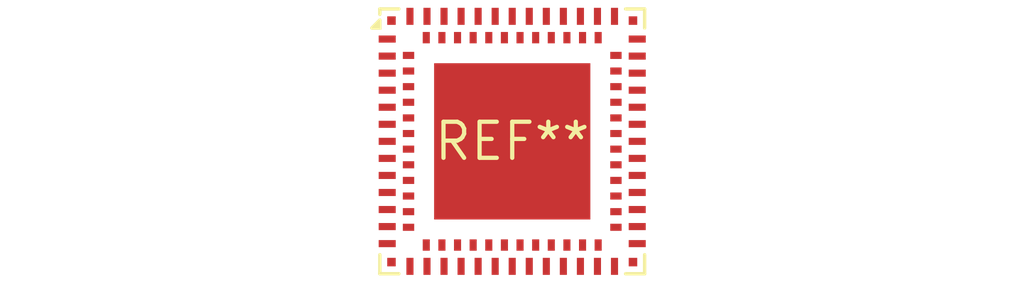
<source format=kicad_pcb>
(kicad_pcb (version 20240108) (generator pcbnew)
  (layers (0 "F.Cu" signal) (31 "B.Cu" signal) (34 "B.Paste" user) (35 "F.Paste" user) (36 "B.SilkS" user "B.Silkscreen") (37 "F.SilkS" user "F.Silkscreen") (38 "B.Mask" user) (39 "F.Mask" user) (44 "Edge.Cuts" user))
  (net 0 "")
  (footprint "Texas_S-PWQFN-N100_EP5.5x5.5mm" (layer "F.Cu") (at 0 0)
    (property "Reference" "REF**")
    (property "Value" "Texas_S-PWQFN-N100_EP5.5x5.5mm")
    (fp_line (start -4.66 -4.66) (end -3.99 -4.66) (layer "F.SilkS") (stroke (width 0.12)))
    (fp_line (start -4.66 -4.47) (end -4.66 -4.66) (layer "F.SilkS") (stroke (width 0.12)))
    (fp_line (start -4.66 3.99) (end -4.66 4.66) (layer "F.SilkS") (stroke (width 0.12)))
    (fp_line (start -4.66 4.66) (end -3.99 4.66) (layer "F.SilkS") (stroke (width 0.12)))
    (fp_line (start 4.66 -4.66) (end 3.99 -4.66) (layer "F.SilkS") (stroke (width 0.12)))
    (fp_line (start 4.66 -3.99) (end 4.66 -4.66) (layer "F.SilkS") (stroke (width 0.12)))
    (fp_line (start 4.66 3.99) (end 4.66 4.66) (layer "F.SilkS") (stroke (width 0.12)))
    (fp_line (start 4.66 4.66) (end 3.99 4.66) (layer "F.SilkS") (stroke (width 0.12)))
    (fp_poly (pts (xy -4.66 -3.99) (xy -4.94 -3.99) (xy -4.66 -4.27) (xy -4.66 -3.99)) (layer "F.SilkS") (stroke (width 0.12)) (fill solid))
    (pad "A1" smd rect (at -4.4 -3.6 90) (size 0.25 0.6) (layers "F.Cu" "F.Paste" "F.Mask"))
    (pad "A2" smd rect (at -4.4 -3 90) (size 0.25 0.6) (layers "F.Cu" "F.Paste" "F.Mask"))
    (pad "A3" smd rect (at -4.4 -2.4 90) (size 0.25 0.6) (layers "F.Cu" "F.Paste" "F.Mask"))
    (pad "A4" smd rect (at -4.4 -1.8 90) (size 0.25 0.6) (layers "F.Cu" "F.Paste" "F.Mask"))
    (pad "A5" smd rect (at -4.4 -1.2 90) (size 0.25 0.6) (layers "F.Cu" "F.Paste" "F.Mask"))
    (pad "A6" smd rect (at -4.4 -0.6 90) (size 0.25 0.6) (layers "F.Cu" "F.Paste" "F.Mask"))
    (pad "A7" smd rect (at -4.4 0 90) (size 0.25 0.6) (layers "F.Cu" "F.Paste" "F.Mask"))
    (pad "A8" smd rect (at -4.4 0.6 90) (size 0.25 0.6) (layers "F.Cu" "F.Paste" "F.Mask"))
    (pad "A9" smd rect (at -4.4 1.2 90) (size 0.25 0.6) (layers "F.Cu" "F.Paste" "F.Mask"))
    (pad "A10" smd rect (at -4.4 1.8 90) (size 0.25 0.6) (layers "F.Cu" "F.Paste" "F.Mask"))
    (pad "A11" smd rect (at -4.4 2.4 90) (size 0.25 0.6) (layers "F.Cu" "F.Paste" "F.Mask"))
    (pad "A12" smd rect (at -4.4 3 90) (size 0.25 0.6) (layers "F.Cu" "F.Paste" "F.Mask"))
    (pad "A13" smd rect (at -4.4 3.6 90) (size 0.25 0.6) (layers "F.Cu" "F.Paste" "F.Mask"))
    (pad "A14" smd rect (at -3.6 4.4) (size 0.25 0.6) (layers "F.Cu" "F.Paste" "F.Mask"))
    (pad "A15" smd rect (at -3 4.4) (size 0.25 0.6) (layers "F.Cu" "F.Paste" "F.Mask"))
    (pad "A16" smd rect (at -2.4 4.4) (size 0.25 0.6) (layers "F.Cu" "F.Paste" "F.Mask"))
    (pad "A17" smd rect (at -1.8 4.4) (size 0.25 0.6) (layers "F.Cu" "F.Paste" "F.Mask"))
    (pad "A18" smd rect (at -1.2 4.4) (size 0.25 0.6) (layers "F.Cu" "F.Paste" "F.Mask"))
    (pad "A19" smd rect (at -0.6 4.4) (size 0.25 0.6) (layers "F.Cu" "F.Paste" "F.Mask"))
    (pad "A20" smd rect (at 0 4.4) (size 0.25 0.6) (layers "F.Cu" "F.Paste" "F.Mask"))
    (pad "A21" smd rect (at 0.6 4.4) (size 0.25 0.6) (layers "F.Cu" "F.Paste" "F.Mask"))
    (pad "A22" smd rect (at 1.2 4.4) (size 0.25 0.6) (layers "F.Cu" "F.Paste" "F.Mask"))
    (pad "A23" smd rect (at 1.8 4.4) (size 0.25 0.6) (layers "F.Cu" "F.Paste" "F.Mask"))
    (pad "A24" smd rect (at 2.4 4.4) (size 0.25 0.6) (layers "F.Cu" "F.Paste" "F.Mask"))
    (pad "A25" smd rect (at 3 4.4) (size 0.25 0.6) (layers "F.Cu" "F.Paste" "F.Mask"))
    (pad "A26" smd rect (at 3.6 4.4) (size 0.25 0.6) (layers "F.Cu" "F.Paste" "F.Mask"))
    (pad "A27" smd rect (at 4.4 3.6 90) (size 0.25 0.6) (layers "F.Cu" "F.Paste" "F.Mask"))
    (pad "A28" smd rect (at 4.4 3 90) (size 0.25 0.6) (layers "F.Cu" "F.Paste" "F.Mask"))
    (pad "A29" smd rect (at 4.4 2.4 90) (size 0.25 0.6) (layers "F.Cu" "F.Paste" "F.Mask"))
    (pad "A30" smd rect (at 4.4 1.8 90) (size 0.25 0.6) (layers "F.Cu" "F.Paste" "F.Mask"))
    (pad "A31" smd rect (at 4.4 1.2 90) (size 0.25 0.6) (layers "F.Cu" "F.Paste" "F.Mask"))
    (pad "A32" smd rect (at 4.4 0.6 90) (size 0.25 0.6) (layers "F.Cu" "F.Paste" "F.Mask"))
    (pad "A33" smd rect (at 4.4 0 90) (size 0.25 0.6) (layers "F.Cu" "F.Paste" "F.Mask"))
    (pad "A34" smd rect (at 4.4 -0.6 90) (size 0.25 0.6) (layers "F.Cu" "F.Paste" "F.Mask"))
    (pad "A35" smd rect (at 4.4 -1.2 90) (size 0.25 0.6) (layers "F.Cu" "F.Paste" "F.Mask"))
    (pad "A36" smd rect (at 4.4 -1.8 90) (size 0.25 0.6) (layers "F.Cu" "F.Paste" "F.Mask"))
    (pad "A37" smd rect (at 4.4 -2.4 90) (size 0.25 0.6) (layers "F.Cu" "F.Paste" "F.Mask"))
    (pad "A38" smd rect (at 4.4 -3 90) (size 0.25 0.6) (layers "F.Cu" "F.Paste" "F.Mask"))
    (pad "A39" smd rect (at 4.4 -3.6 90) (size 0.25 0.6) (layers "F.Cu" "F.Paste" "F.Mask"))
    (pad "A40" smd rect (at 3.6 -4.4) (size 0.25 0.6) (layers "F.Cu" "F.Paste" "F.Mask"))
    (pad "A41" smd rect (at 3 -4.4) (size 0.25 0.6) (layers "F.Cu" "F.Paste" "F.Mask"))
    (pad "A42" smd rect (at 2.4 -4.4) (size 0.25 0.6) (layers "F.Cu" "F.Paste" "F.Mask"))
    (pad "A43" smd rect (at 1.8 -4.4) (size 0.25 0.6) (layers "F.Cu" "F.Paste" "F.Mask"))
    (pad "A44" smd rect (at 1.2 -4.4) (size 0.25 0.6) (layers "F.Cu" "F.Paste" "F.Mask"))
    (pad "A45" smd rect (at 0.6 -4.4) (size 0.25 0.6) (layers "F.Cu" "F.Paste" "F.Mask"))
    (pad "A46" smd rect (at 0 -4.4) (size 0.25 0.6) (layers "F.Cu" "F.Paste" "F.Mask"))
    (pad "A47" smd rect (at -0.6 -4.4) (size 0.25 0.6) (layers "F.Cu" "F.Paste" "F.Mask"))
    (pad "A48" smd rect (at -1.2 -4.4) (size 0.25 0.6) (layers "F.Cu" "F.Paste" "F.Mask"))
    (pad "A49" smd rect (at -1.8 -4.4) (size 0.25 0.6) (layers "F.Cu" "F.Paste" "F.Mask"))
    (pad "A50" smd rect (at -2.4 -4.4) (size 0.25 0.6) (layers "F.Cu" "F.Paste" "F.Mask"))
    (pad "A51" smd rect (at -3 -4.4) (size 0.25 0.6) (layers "F.Cu" "F.Paste" "F.Mask"))
    (pad "A52" smd rect (at -3.6 -4.4) (size 0.25 0.6) (layers "F.Cu" "F.Paste" "F.Mask"))
    (pad "A53" smd rect (at 0 0) (size 5.5 5.5) (layers "F.Cu" "F.Mask"))
    (pad "B1" smd rect (at -3.65 -3.025 90) (size 0.25 0.4) (layers "F.Cu" "F.Paste" "F.Mask"))
    (pad "B2" smd rect (at -3.65 -2.475 90) (size 0.25 0.4) (layers "F.Cu" "F.Paste" "F.Mask"))
    (pad "B3" smd rect (at -3.65 -1.925 90) (size 0.25 0.4) (layers "F.Cu" "F.Paste" "F.Mask"))
    (pad "B4" smd rect (at -3.65 -1.375 90) (size 0.25 0.4) (layers "F.Cu" "F.Paste" "F.Mask"))
    (pad "B5" smd rect (at -3.65 -0.825 90) (size 0.25 0.4) (layers "F.Cu" "F.Paste" "F.Mask"))
    (pad "B6" smd rect (at -3.65 -0.275 90) (size 0.25 0.4) (layers "F.Cu" "F.Paste" "F.Mask"))
    (pad "B7" smd rect (at -3.65 0.275 90) (size 0.25 0.4) (layers "F.Cu" "F.Paste" "F.Mask"))
    (pad "B8" smd rect (at -3.65 0.825 90) (size 0.25 0.4) (layers "F.Cu" "F.Paste" "F.Mask"))
    (pad "B9" smd rect (at -3.65 1.375 90) (size 0.25 0.4) (layers "F.Cu" "F.Paste" "F.Mask"))
    (pad "B10" smd rect (at -3.65 1.925 90) (size 0.25 0.4) (layers "F.Cu" "F.Paste" "F.Mask"))
    (pad "B11" smd rect (at -3.65 2.475 90) (size 0.25 0.4) (layers "F.Cu" "F.Paste" "F.Mask"))
    (pad "B12" smd rect (at -3.65 3.025 90) (size 0.25 0.4) (layers "F.Cu" "F.Paste" "F.Mask"))
    (pad "B13" smd rect (at -3.025 3.65) (size 0.25 0.4) (layers "F.Cu" "F.Paste" "F.Mask"))
    (pad "B14" smd rect (at -2.475 3.65) (size 0.25 0.4) (layers "F.Cu" "F.Paste" "F.Mask"))
    (pad "B15" smd rect (at -1.925 3.65) (size 0.25 0.4) (layers "F.Cu" "F.Paste" "F.Mask"))
    (pad "B16" smd rect (at -1.375 3.65) (size 0.25 0.4) (layers "F.Cu" "F.Paste" "F.Mask"))
    (pad "B17" smd rect (at -0.825 3.65) (size 0.25 0.4) (layers "F.Cu" "F.Paste" "F.Mask"))
    (pad "B18" smd rect (at -0.275 3.65) (size 0.25 0.4) (layers "F.Cu" "F.Paste" "F.Mask"))
    (pad "B19" smd rect (at 0.275 3.65) (size 0.25 0.4) (layers "F.Cu" "F.Paste" "F.Mask"))
    (pad "B20" smd rect (at 0.825 3.65) (size 0.25 0.4) (layers "F.Cu" "F.Paste" "F.Mask"))
    (pad "B21" smd rect (at 1.375 3.65) (size 0.25 0.4) (layers "F.Cu" "F.Paste" "F.Mask"))
    (pad "B22" smd rect (at 1.925 3.65) (size 0.25 0.4) (layers "F.Cu" "F.Paste" "F.Mask"))
    (pad "B23" smd rect (at 2.475 3.65) (size 0.25 0.4) (layers "F.Cu" "F.Paste" "F.Mask"))
    (pad "B24" smd rect (at 3.025 3.65) (size 0.25 0.4) (layers "F.Cu" "F.Paste" "F.Mask"))
    (pad "B25" smd rect (at 3.65 3.025 90) (size 0.25 0.4) (layers "F.Cu" "F.Paste" "F.Mask"))
    (pad "B26" smd rect (at 3.65 2.475 90) (size 0.25 0.4) (layers "F.Cu" "F.Paste" "F.Mask"))
    (pad "B27" smd rect (at 3.65 1.925 90) (size 0.25 0.4) (layers "F.Cu" "F.Paste" "F.Mask"))
    (pad "B28" smd rect (at 3.65 1.375 90) (size 0.25 0.4) (layers "F.Cu" "F.Paste" "F.Mask"))
    (pad "B29" smd rect (at 3.65 0.825 90) (size 0.25 0.4) (layers "F.Cu" "F.Paste" "F.Mask"))
    (pad "B30" smd rect (at 3.65 0.275 90) (size 0.25 0.4) (layers "F.Cu" "F.Paste" "F.Mask"))
    (pad "B31" smd rect (at 3.65 -0.275 90) (size 0.25 0.4) (layers "F.Cu" "F.Paste" "F.Mask"))
    (pad "B32" smd rect (at 3.65 -0.825 90) (size 0.25 0.4) (layers "F.Cu" "F.Paste" "F.Mask"))
    (pad "B33" smd rect (at 3.65 -1.375 90) (size 0.25 0.4) (layers "F.Cu" "F.Paste" "F.Mask"))
    (pad "B34" smd rect (at 3.65 -1.925 90) (size 0.25 0.4) (layers "F.Cu" "F.Paste" "F.Mask"))
    (pad "B35" smd rect (at 3.65 -2.475 90) (size 0.25 0.4) (layers "F.Cu" "F.Paste" "F.Mask"))
    (pad "B36" smd rect (at 3.65 -3.025 90) (size 0.25 0.4) (layers "F.Cu" "F.Paste" "F.Mask"))
    (pad "B37" smd rect (at 3.025 -3.65) (size 0.25 0.4) (layers "F.Cu" "F.Paste" "F.Mask"))
    (pad "B38" smd rect (at 2.475 -3.65) (size 0.25 0.4) (layers "F.Cu" "F.Paste" "F.Mask"))
    (pad "B39" smd rect (at 1.925 -3.65) (size 0.25 0.4) (layers "F.Cu" "F.Paste" "F.Mask"))
    (pad "B40" smd rect (at 1.375 -3.65) (size 0.25 0.4) (layers "F.Cu" "F.Paste" "F.Mask"))
    (pad "B41" smd rect (at 0.825 -3.65) (size 0.25 0.4) (layers "F.Cu" "F.Paste" "F.Mask"))
    (pad "B42" smd rect (at 0.275 -3.65) (size 0.25 0.4) (layers "F.Cu" "F.Paste" "F.Mask"))
    (pad "B43" smd rect (at -0.275 -3.65) (size 0.25 0.4) (layers "F.Cu" "F.Paste" "F.Mask"))
    (pad "B44" smd rect (at -0.825 -3.65) (size 0.25 0.4) (layers "F.Cu" "F.Paste" "F.Mask"))
    (pad "B45" smd rect (at -1.375 -3.65) (size 0.25 0.4) (layers "F.Cu" "F.Paste" "F.Mask"))
    (pad "B46" smd rect (at -1.925 -3.65) (size 0.25 0.4) (layers "F.Cu" "F.Paste" "F.Mask"))
    (pad "B47" smd rect (at -2.475 -3.65) (size 0.25 0.4) (layers "F.Cu" "F.Paste" "F.Mask"))
    (pad "B48" smd rect (at -3.025 -3.65) (size 0.25 0.4) (layers "F.Cu" "F.Paste" "F.Mask"))
    (pad "C1" smd rect (at -4.25 -4.25) (size 0.3 0.3) (layers "F.Cu" "F.Paste" "F.Mask"))
    (pad "C2" smd rect (at -4.25 4.25) (size 0.3 0.3) (layers "F.Cu" "F.Paste" "F.Mask"))
    (pad "C3" smd rect (at 4.25 4.25) (size 0.3 0.3) (layers "F.Cu" "F.Paste" "F.Mask"))
    (pad "C4" smd rect (at 4.25 -4.25) (size 0.3 0.3) (layers "F.Cu" "F.Paste" "F.Mask"))
  )
)
</source>
